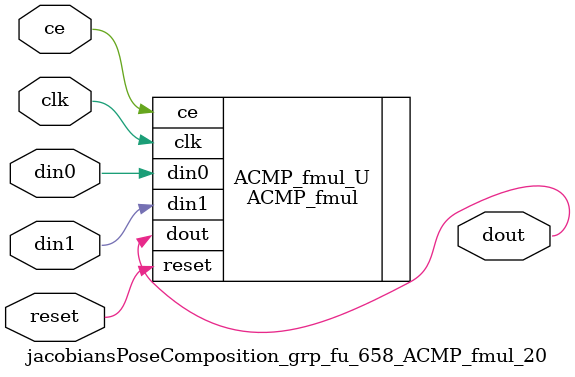
<source format=v>

`timescale 1 ns / 1 ps
module jacobiansPoseComposition_grp_fu_658_ACMP_fmul_20(
    clk,
    reset,
    ce,
    din0,
    din1,
    dout);

parameter ID = 32'd1;
parameter NUM_STAGE = 32'd1;
parameter din0_WIDTH = 32'd1;
parameter din1_WIDTH = 32'd1;
parameter dout_WIDTH = 32'd1;
input clk;
input reset;
input ce;
input[din0_WIDTH - 1:0] din0;
input[din1_WIDTH - 1:0] din1;
output[dout_WIDTH - 1:0] dout;



ACMP_fmul #(
.ID( ID ),
.NUM_STAGE( 4 ),
.din0_WIDTH( din0_WIDTH ),
.din1_WIDTH( din1_WIDTH ),
.dout_WIDTH( dout_WIDTH ))
ACMP_fmul_U(
    .clk( clk ),
    .reset( reset ),
    .ce( ce ),
    .din0( din0 ),
    .din1( din1 ),
    .dout( dout ));

endmodule

</source>
